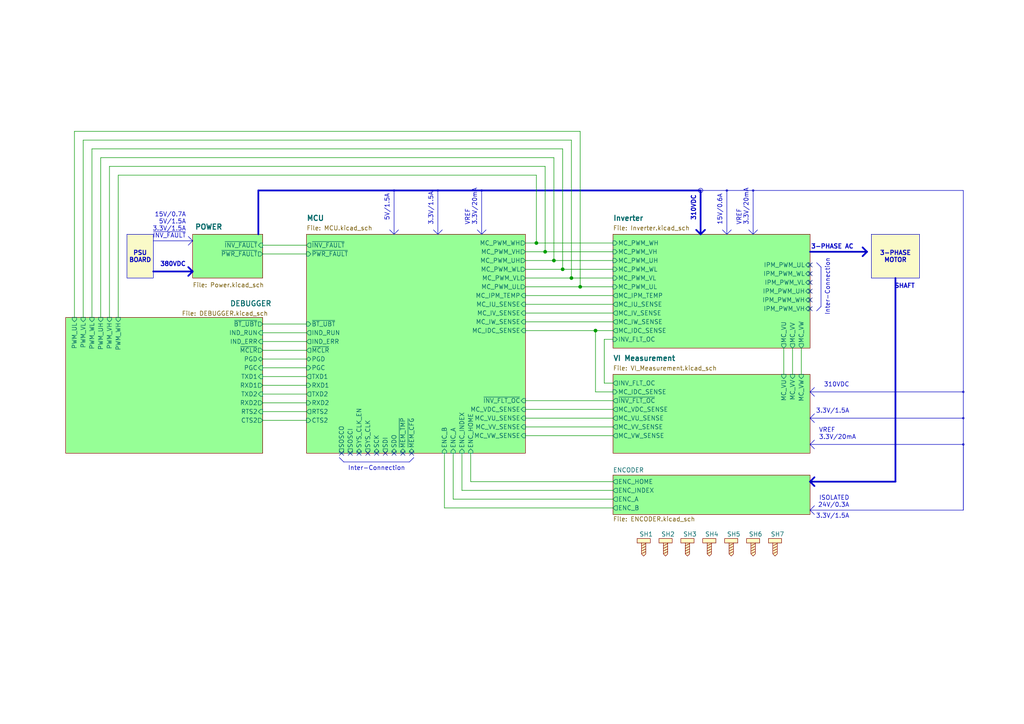
<source format=kicad_sch>
(kicad_sch (version 20231120) (generator "eeschema") (generator_version "8.0")
  (paper "A4")
  (title_block (title "INVERTER BOARD") (date "2024-09-24") (rev "1.0") (company "TON DUC THANG UNIVERSITY") (comment 1 "Schematic Designed by ...") (comment 2 "PCB Designed by ...") (comment 3 "Approved by ..."))
  (lib_symbols
    (symbol "SAMPI:SCREWHOLDER" (pin_numbers hide) (pin_names hide) (in_bom no)
      (property "Reference" "SH1" (at 2.54 -2.5399 0))
      (property "Value" "SCREW HOLDER" (at 2.54 -5.0799 0))
      (symbol "SCREWHOLDER_1_1"
        (polyline (pts (xy -0.508 -5.588) (xy 0.508 -5.08)))
        (polyline (pts (xy -0.508 -4.826) (xy 0.508 -4.318)))
        (polyline (pts (xy -0.508 -4.064) (xy 0.508 -3.556)))
        (polyline (pts (xy -0.508 -3.302) (xy 0.508 -2.794)))
        (polyline (pts (xy 0.635 -2.54) (xy -0.635 -2.54)))
        (polyline (pts (xy -1.905 -1.27) (xy 1.905 -1.27) (xy 1.905 -2.54) (xy 0.635 -2.54) (xy 0.635 -5.715) (xy 0 -6.35) (xy -0.635 -5.715) (xy -0.635 -2.54) (xy -1.905 -2.54) (xy -1.905 -1.27)) (fill (type background)))
      )
    )
  )
  (junction (at 168.275 83.185))
  (junction (at 172.72 95.885))
  (junction (at 155.575 70.485))
  (junction (at 158.115 73.025))
  (junction (at 163.195 78.105))
  (junction (at 160.655 75.565))
  (junction (at 165.735 80.645))
  (no_connect (at 116.84 131.445))
  (no_connect (at 234.95 89.535))
  (no_connect (at 234.95 84.455))
  (no_connect (at 119.38 131.445))
  (no_connect (at 234.95 76.835))
  (no_connect (at 234.95 79.375))
  (no_connect (at 111.76 131.445))
  (no_connect (at 109.22 131.445))
  (no_connect (at 234.95 86.995))
  (no_connect (at 234.95 81.915))
  (no_connect (at 106.68 131.445))
  (no_connect (at 101.6 131.445))
  (no_connect (at 99.06 131.445))
  (no_connect (at 114.3 131.445))
  (no_connect (at 104.14 131.445))
  (polyline (pts (xy 125.73 66.675) (xy 127 67.945)))
  (wire (pts (xy 158.115 73.025) (xy 177.8 73.025)))
  (polyline (pts (xy 279.4 147.955) (xy 279.4 55.245)))
  (polyline (pts (xy 219.71 66.675) (xy 218.44 67.945)))
  (wire (pts (xy 24.13 92.075) (xy 24.13 40.64)))
  (wire (pts (xy 76.2 93.98) (xy 88.9 93.98)))
  (polyline (pts (xy 279.4 128.905) (xy 234.95 128.905)))
  (polyline (pts (xy 236.22 140.97) (xy 234.95 139.7)) (stroke (width 0.5)))
  (wire (pts (xy 152.4 95.885) (xy 172.72 95.885)))
  (polyline (pts (xy 259.715 80.645) (xy 259.715 139.7)) (stroke (width 0.5)))
  (polyline (pts (xy 236.22 149.225) (xy 234.95 147.955)))
  (polyline (pts (xy 250.19 71.755) (xy 251.46 73.025)) (stroke (width 0.5)))
  (polyline (pts (xy 114.3 55.245) (xy 114.3 67.945)))
  (polyline (pts (xy 203.2 55.245) (xy 203.2 67.945)) (stroke (width 0.5)))
  (wire (pts (xy 76.2 101.6) (xy 88.9 101.6)))
  (polyline (pts (xy 236.22 120.015) (xy 234.95 121.285)))
  (polyline (pts (xy 54.61 71.12) (xy 55.88 69.85)))
  (wire (pts (xy 131.445 144.78) (xy 177.8 144.78)))
  (polyline (pts (xy 234.95 147.955) (xy 279.4 147.955)))
  (wire (pts (xy 229.87 100.965) (xy 229.87 108.585)))
  (polyline (pts (xy 250.19 74.295) (xy 251.46 73.025)) (stroke (width 0.5)))
  (polyline (pts (xy 279.4 147.955) (xy 279.4 128.905)))
  (polyline (pts (xy 217.17 66.675) (xy 218.44 67.945)))
  (polyline (pts (xy 236.22 146.685) (xy 234.95 147.955)))
  (wire (pts (xy 133.985 142.24) (xy 177.8 142.24)))
  (polyline (pts (xy 236.22 112.395) (xy 234.95 113.665)))
  (wire (pts (xy 76.2 73.66) (xy 88.9 73.66)))
  (wire (pts (xy 131.445 144.78) (xy 131.445 131.445)))
  (wire (pts (xy 158.115 73.025) (xy 158.115 48.26)))
  (wire (pts (xy 152.4 93.345) (xy 177.8 93.345)))
  (wire (pts (xy 76.2 119.38) (xy 88.9 119.38)))
  (polyline (pts (xy 98.425 132.715) (xy 99.695 133.985)))
  (polyline (pts (xy 139.7 55.245) (xy 139.7 67.945)))
  (polyline (pts (xy 218.44 55.245) (xy 218.44 67.945)))
  (wire (pts (xy 155.575 50.8) (xy 155.575 70.485)))
  (polyline (pts (xy 210.82 55.245) (xy 210.82 67.945)))
  (wire (pts (xy 76.2 106.68) (xy 88.9 106.68)))
  (wire (pts (xy 152.4 85.725) (xy 177.8 85.725)))
  (polyline (pts (xy 118.745 133.985) (xy 99.695 133.985)))
  (polyline (pts (xy 54.61 77.47) (xy 55.88 78.74)) (stroke (width 0.5)))
  (polyline (pts (xy 140.97 66.675) (xy 139.7 67.945)))
  (wire (pts (xy 24.13 40.64) (xy 165.735 40.64)))
  (wire (pts (xy 29.21 92.075) (xy 29.21 45.72)))
  (polyline (pts (xy 236.855 76.2) (xy 238.125 77.47)))
  (polyline (pts (xy 236.22 127.635) (xy 234.95 128.905)))
  (wire (pts (xy 172.72 113.665) (xy 172.72 95.885)))
  (polyline (pts (xy 44.45 69.85) (xy 55.88 69.85)))
  (polyline (pts (xy 210.82 67.945) (xy 212.09 66.675)))
  (wire (pts (xy 152.4 73.025) (xy 158.115 73.025)))
  (wire (pts (xy 128.905 147.32) (xy 177.8 147.32)))
  (wire (pts (xy 34.29 50.8) (xy 155.575 50.8)))
  (polyline (pts (xy 54.61 80.01) (xy 55.88 78.74)) (stroke (width 0.5)))
  (wire (pts (xy 76.2 111.76) (xy 88.9 111.76)))
  (wire (pts (xy 152.4 90.805) (xy 177.8 90.805)))
  (wire (pts (xy 165.735 40.64) (xy 165.735 80.645)))
  (polyline (pts (xy 279.4 55.245) (xy 203.2 55.245)))
  (wire (pts (xy 152.4 70.485) (xy 155.575 70.485)))
  (polyline (pts (xy 128.27 66.675) (xy 127 67.945)))
  (wire (pts (xy 175.26 98.425) (xy 177.8 98.425)))
  (wire (pts (xy 152.4 118.745) (xy 177.8 118.745)))
  (wire (pts (xy 34.29 92.075) (xy 34.29 50.8)))
  (polyline (pts (xy 201.93 66.675) (xy 203.2 67.945)) (stroke (width 0.5)))
  (polyline (pts (xy 236.22 138.43) (xy 234.95 139.7)) (stroke (width 0.5)))
  (wire (pts (xy 76.2 99.06) (xy 88.9 99.06)))
  (wire (pts (xy 152.4 83.185) (xy 168.275 83.185)))
  (wire (pts (xy 175.26 111.125) (xy 175.26 98.425)))
  (wire (pts (xy 152.4 121.285) (xy 177.8 121.285)))
  (wire (pts (xy 128.905 147.32) (xy 128.905 131.445)))
  (wire (pts (xy 76.2 71.12) (xy 88.9 71.12)))
  (wire (pts (xy 152.4 126.365) (xy 177.8 126.365)))
  (wire (pts (xy 152.4 75.565) (xy 160.655 75.565)))
  (wire (pts (xy 136.525 139.7) (xy 177.8 139.7)))
  (wire (pts (xy 232.41 100.965) (xy 232.41 108.585)))
  (polyline (pts (xy 74.93 67.945) (xy 74.93 55.245)) (stroke (width 0.5)))
  (polyline (pts (xy 234.95 113.665) (xy 236.22 114.935)))
  (wire (pts (xy 152.4 80.645) (xy 165.735 80.645)))
  (polyline (pts (xy 54.61 68.58) (xy 55.88 69.85)))
  (polyline (pts (xy 234.95 73.025) (xy 251.46 73.025)) (stroke (width 0.5)))
  (wire (pts (xy 177.8 113.665) (xy 172.72 113.665)))
  (wire (pts (xy 152.4 78.105) (xy 163.195 78.105)))
  (polyline (pts (xy 209.55 66.675) (xy 210.82 67.945)))
  (wire (pts (xy 163.195 43.18) (xy 26.67 43.18)))
  (polyline (pts (xy 203.2 67.945) (xy 204.47 66.675)) (stroke (width 0.5)))
  (wire (pts (xy 152.4 116.205) (xy 177.8 116.205)))
  (wire (pts (xy 152.4 123.825) (xy 177.8 123.825)))
  (wire (pts (xy 177.8 111.125) (xy 175.26 111.125)))
  (polyline (pts (xy 113.03 66.675) (xy 114.3 67.945)))
  (wire (pts (xy 133.985 142.24) (xy 133.985 131.445)))
  (wire (pts (xy 227.33 100.965) (xy 227.33 108.585)))
  (polyline (pts (xy 279.4 121.285) (xy 234.95 121.285)))
  (polyline (pts (xy 203.2 55.245) (xy 74.93 55.245)) (stroke (width 0.5)))
  (polyline (pts (xy 259.715 139.7) (xy 234.95 139.7)) (stroke (width 0.5)))
  (polyline (pts (xy 279.4 113.665) (xy 234.95 113.665)))
  (wire (pts (xy 168.275 83.185) (xy 177.8 83.185)))
  (wire (pts (xy 21.59 38.1) (xy 21.59 92.075)))
  (polyline (pts (xy 44.45 78.74) (xy 55.88 78.74)) (stroke (width 0.5)))
  (wire (pts (xy 76.2 104.14) (xy 88.9 104.14)))
  (wire (pts (xy 76.2 116.84) (xy 88.9 116.84)))
  (wire (pts (xy 76.2 121.92) (xy 88.9 121.92)))
  (wire (pts (xy 76.2 114.3) (xy 88.9 114.3)))
  (wire (pts (xy 29.21 45.72) (xy 160.655 45.72)))
  (polyline (pts (xy 234.95 121.285) (xy 236.22 122.555)))
  (wire (pts (xy 76.2 96.52) (xy 88.9 96.52)))
  (wire (pts (xy 136.525 139.7) (xy 136.525 131.445)))
  (polyline (pts (xy 236.855 90.17) (xy 238.125 88.9)))
  (wire (pts (xy 76.2 109.22) (xy 88.9 109.22)))
  (polyline (pts (xy 138.43 66.675) (xy 139.7 67.945)))
  (polyline (pts (xy 127 55.245) (xy 127 67.945)))
  (wire (pts (xy 168.275 38.1) (xy 21.59 38.1)))
  (wire (pts (xy 152.4 88.265) (xy 177.8 88.265)))
  (wire (pts (xy 163.195 78.105) (xy 163.195 43.18)))
  (wire (pts (xy 163.195 78.105) (xy 177.8 78.105)))
  (wire (pts (xy 31.75 48.26) (xy 31.75 92.075)))
  (polyline (pts (xy 238.125 77.47) (xy 238.125 88.9)))
  (wire (pts (xy 165.735 80.645) (xy 177.8 80.645)))
  (wire (pts (xy 160.655 45.72) (xy 160.655 75.565)))
  (polyline (pts (xy 115.57 66.675) (xy 114.3 67.945)))
  (wire (pts (xy 172.72 95.885) (xy 177.8 95.885)))
  (wire (pts (xy 26.67 43.18) (xy 26.67 92.075)))
  (wire (pts (xy 155.575 70.485) (xy 177.8 70.485)))
  (polyline (pts (xy 120.015 132.715) (xy 118.745 133.985)))
  (polyline (pts (xy 236.22 130.175) (xy 234.95 128.905)))
  (wire (pts (xy 158.115 48.26) (xy 31.75 48.26)))
  (wire (pts (xy 168.275 83.185) (xy 168.275 38.1)))
  (wire (pts (xy 160.655 75.565) (xy 177.8 75.565)))
  (circle (center 114.3 55.245) (radius 0.254) (fill (type color)))
  (circle (center 218.44 55.245) (radius 0.254) (fill (type color)))
  (circle (center 279.4 128.905) (radius 0.254) (fill (type color)))
  (circle (center 203.2 55.245) (radius 0.635) (fill (type color)))
  (circle (center 279.4 113.665) (radius 0.254) (fill (type color)))
  (circle (center 210.82 55.245) (radius 0.254) (fill (type color)))
  (circle (center 127 55.245) (radius 0.254) (fill (type color)))
  (circle (center 139.7 55.245) (radius 0.254) (fill (type color)))
  (circle (center 279.4 121.285) (radius 0.254) (fill (type color)))
  (text_box "PSU BOARD" (at 36.83 67.945 0) (size 7.62 12.7) (fill (type color) (color 250 250 200 1)) (effects (font (size 1.27 1.27) (thickness 0.254) (bold yes))))
  (text_box "3-PHASE\nMOTOR" (at 252.73 67.945 0) (size 13.97 12.7) (fill (type color) (color 250 250 200 1)) (effects (font (size 1.27 1.27) (thickness 0.254) (bold yes))))
  (text "VREF\n3.3V/20mA" (at 237.49 127.635 0) (effects (font (size 1.27 1.27)) (justify left bottom)))
  (text "3.3V/1.5A" (at 125.73 65.405 90) (effects (font (size 1.27 1.27)) (justify left bottom)))
  (text "15V/0.6A" (at 209.55 65.405 90) (effects (font (size 1.27 1.27)) (justify left bottom)))
  (text "3.3V/1.5A" (at 246.38 150.495 0) (effects (font (size 1.27 1.27)) (justify right bottom)))
  (text "3-PHASE AC" (at 247.65 72.39 0) (effects (font (size 1.27 1.27) (thickness 0.254) (bold yes)) (justify right bottom)))
  (text "VREF\n3.3V/20mA" (at 217.17 65.405 90) (effects (font (size 1.27 1.27)) (justify left bottom)))
  (text "380VDC" (at 53.975 77.47 0) (effects (font (size 1.27 1.27) (thickness 0.254) (bold yes)) (justify right bottom)))
  (text "5V/1.5A" (at 113.03 64.135 90) (effects (font (size 1.27 1.27)) (justify left bottom)))
  (text "3.3V/1.5A" (at 246.38 120.015 0) (effects (font (size 1.27 1.27)) (justify right bottom)))
  (text "SHAFT" (at 265.43 83.82 0) (effects (font (size 1.27 1.27) (thickness 0.254) (bold yes)) (justify right bottom)))
  (text "VREF\n3.3V/20mA" (at 138.43 65.405 90) (effects (font (size 1.27 1.27)) (justify left bottom)))
  (text "ISOLATED\n24V/0.3A" (at 246.38 147.32 0) (effects (font (size 1.27 1.27)) (justify right bottom)))
  (text "Inter-Connection" (at 240.03 83.185 90) (effects (font (size 1.27 1.27))))
  (text "15V/0.7A\n5V/1.5A\n3.3V/1.5A\n~{INV_FAULT}" (at 53.975 69.215 0) (effects (font (size 1.27 1.27)) (justify right bottom)))
  (text "Inter-Connection" (at 109.22 135.89 0) (effects (font (size 1.27 1.27))))
  (text "310VDC" (at 201.93 64.135 90) (effects (font (size 1.27 1.27) (thickness 0.254) (bold yes)) (justify left bottom)))
  (text "310VDC" (at 246.38 112.395 0) (effects (font (size 1.27 1.27)) (justify right bottom)))
  (symbol (lib_id "SAMPI:SCREWHOLDER") (at 218.44 154.94 0) (unit 1) (in_bom no)
    (property "Reference" "SH6" (at 217.17 154.94 0) (effects (justify left)))
    (property "Value" "SCREW HOLDER" (effects (hide yes)))
    (property "Footprint" "SAMPI:SCREWHOLE-2.5M" (effects (hide yes)))
  )
  (symbol (lib_id "SAMPI:SCREWHOLDER") (at 205.74 154.94 0) (unit 1) (in_bom no)
    (property "Reference" "SH4" (at 204.47 154.94 0) (effects (justify left)))
    (property "Value" "SCREW HOLDER" (effects (hide yes)))
    (property "Footprint" "SAMPI:SCREWHOLE-2.5M" (effects (hide yes)))
  )
  (symbol (lib_id "SAMPI:SCREWHOLDER") (at 199.39 154.94 0) (unit 1) (in_bom no)
    (property "Reference" "SH3" (at 198.12 154.94 0) (effects (justify left)))
    (property "Value" "SCREW HOLDER" (effects (hide yes)))
    (property "Footprint" "SAMPI:SCREWHOLE-2.5M" (effects (hide yes)))
  )
  (symbol (lib_id "SAMPI:SCREWHOLDER") (at 212.09 154.94 0) (unit 1) (in_bom no)
    (property "Reference" "SH5" (at 210.82 154.94 0) (effects (justify left)))
    (property "Value" "SCREW HOLDER" (effects (hide yes)))
    (property "Footprint" "SAMPI:SCREWHOLE-2.5M" (effects (hide yes)))
  )
  (symbol (lib_id "SAMPI:SCREWHOLDER") (at 186.69 154.94 0) (unit 1) (in_bom no)
    (property "Reference" "SH1" (at 185.42 154.94 0) (effects (justify left)))
    (property "Value" "SCREW HOLDER" (effects (hide yes)))
    (property "Footprint" "SAMPI:SCREWHOLE-2.5M" (effects (hide yes)))
  )
  (symbol (lib_id "SAMPI:SCREWHOLDER") (at 224.79 154.94 0) (unit 1) (in_bom no)
    (property "Reference" "SH7" (at 223.52 154.94 0) (effects (justify left)))
    (property "Value" "SCREW HOLDER" (effects (hide yes)))
    (property "Footprint" "SAMPI:SCREWHOLE-2.5M" (effects (hide yes)))
  )
  (symbol (lib_id "SAMPI:SCREWHOLDER") (at 193.04 154.94 0) (unit 1) (in_bom no)
    (property "Reference" "SH2" (at 191.77 154.94 0) (effects (justify left)))
    (property "Value" "SCREW HOLDER" (effects (hide yes)))
    (property "Footprint" "SAMPI:SCREWHOLE-2.5M" (effects (hide yes)))
  )
  (sheet (at 177.8 67.945) (size 57.15 33.02) (stroke (width 0.1524)) (fill (color 150 255 150 1.0000))
    (property "Sheetname" "Inverter" (at 177.8 64.135 0) (effects (font (size 1.5 1.5) (bold yes)) (justify left bottom)))
    (property "Sheetfile" "Inverter.kicad_sch" (at 177.8 65.405 0) (effects (justify left top)))
    (pin "MC_IPM_TEMP" output (at 177.8 85.725 180))
    (pin "MC_PWM_VH" input (at 177.8 73.025 180))
    (pin "MC_PWM_UH" input (at 177.8 75.565 180))
    (pin "MC_PWM_WH" input (at 177.8 70.485 180))
    (pin "MC_PWM_VL" input (at 177.8 80.645 180))
    (pin "MC_PWM_UL" input (at 177.8 83.185 180))
    (pin "MC_PWM_WL" input (at 177.8 78.105 180))
    (pin "MC_IV_SENSE" output (at 177.8 90.805 180))
    (pin "MC_IU_SENSE" output (at 177.8 88.265 180))
    (pin "MC_IW_SENSE" output (at 177.8 93.345 180))
    (pin "MC_IDC_SENSE" output (at 177.8 95.885 180))
    (pin "MC_VU" output (at 227.33 100.965 270))
    (pin "MC_VV" output (at 229.87 100.965 270))
    (pin "MC_VW" output (at 232.41 100.965 270))
    (pin "INV_FLT_OC" input (at 177.8 98.425 180))
    (pin "IPM_PWM_UL" input (at 234.95 76.835 0))
    (pin "IPM_PWM_WL" input (at 234.95 79.375 0))
    (pin "IPM_PWM_VL" input (at 234.95 81.915 0))
    (pin "IPM_PWM_UH" input (at 234.95 84.455 0))
    (pin "IPM_PWM_WH" input (at 234.95 86.995 0))
    (pin "IPM_PWM_VH" input (at 234.95 89.535 0))
  )
  (sheet (at 55.88 67.945) (size 20.32 12.7) (stroke (width 0.1524)) (fill (color 150 255 150 1.0000))
    (property "Sheetname" "POWER" (at 56.515 66.675 0) (effects (font (size 1.5 1.5) (bold yes)) (justify left bottom)))
    (property "Sheetfile" "Power.kicad_sch" (at 55.88 81.915 0) (effects (justify left top)))
    (pin "~{INV_FAULT}" input (at 76.2 71.12 0))
    (pin "~{PWR_FAULT}" output (at 76.2 73.66 0))
  )
  (sheet (at 177.8 137.795) (size 57.15 11.43) (stroke (width 0.1524)) (fill (color 150 255 150 1.0000))
    (property "Sheetname" "ENCODER" (at 177.8 137.0834 0) (effects (justify left bottom)))
    (property "Sheetfile" "ENCODER.kicad_sch" (at 177.8 149.8096 0) (effects (justify left top)))
    (pin "ENC_A" output (at 177.8 144.78 180))
    (pin "ENC_B" output (at 177.8 147.32 180))
    (pin "ENC_HOME" output (at 177.8 139.7 180))
    (pin "ENC_INDEX" output (at 177.8 142.24 180))
  )
  (sheet (at 88.9 67.945) (size 63.5 63.5) (stroke (width 0.1524)) (fill (color 150 255 150 1.0000))
    (property "Sheetname" "MCU" (at 88.9 64.135 0) (effects (font (size 1.5 1.5) (bold yes)) (justify left bottom)))
    (property "Sheetfile" "MCU.kicad_sch" (at 88.9 65.405 0) (effects (justify left top)))
    (pin "MC_PWM_VH" output (at 152.4 73.025 0))
    (pin "MC_PWM_WH" output (at 152.4 70.485 0))
    (pin "MC_PWM_WL" output (at 152.4 78.105 0))
    (pin "MC_PWM_VL" output (at 152.4 80.645 0))
    (pin "MC_PWM_UL" output (at 152.4 83.185 0))
    (pin "MC_PWM_UH" output (at 152.4 75.565 0))
    (pin "MC_IPM_TEMP" input (at 152.4 85.725 0))
    (pin "MC_IU_SENSE" input (at 152.4 88.265 0))
    (pin "MC_IDC_SENSE" input (at 152.4 95.885 0))
    (pin "MC_VU_SENSE" input (at 152.4 121.285 0))
    (pin "MC_VV_SENSE" input (at 152.4 123.825 0))
    (pin "MC_VW_SENSE" input (at 152.4 126.365 0))
    (pin "MC_IV_SENSE" input (at 152.4 90.805 0))
    (pin "~{PWR_FAULT}" input (at 88.9 73.66 180))
    (pin "~{INV_FAULT}" output (at 88.9 71.12 180))
    (pin "MC_IW_SENSE" input (at 152.4 93.345 0))
    (pin "MC_VDC_SENSE" input (at 152.4 118.745 0))
    (pin "~{INV_FLT_OC}" input (at 152.4 116.205 0))
    (pin "PGC" input (at 88.9 106.68 180))
    (pin "PGD" bidirectional (at 88.9 104.14 180))
    (pin "SDI" output (at 111.76 131.445 270))
    (pin "~{MEM_TMP}" input (at 116.84 131.445 270))
    (pin "SDO" input (at 114.3 131.445 270))
    (pin "~{MCLR}" output (at 88.9 101.6 180))
    (pin "SCK" input (at 109.22 131.445 270))
    (pin "CTS2" input (at 88.9 121.92 180))
    (pin "RXD1" input (at 88.9 111.76 180))
    (pin "TXD1" output (at 88.9 109.22 180))
    (pin "RXD2" input (at 88.9 116.84 180))
    (pin "TXD2" output (at 88.9 114.3 180))
    (pin "RTS2" output (at 88.9 119.38 180))
    (pin "SOSCO" passive (at 99.06 131.445 270))
    (pin "ENC_HOME" input (at 136.525 131.445 270))
    (pin "~{MEM_CFG}" input (at 119.38 131.445 270))
    (pin "SOSCI" passive (at 101.6 131.445 270))
    (pin "ENC_A" input (at 131.445 131.445 270))
    (pin "ENC_B" input (at 128.905 131.445 270))
    (pin "ENC_INDEX" input (at 133.985 131.445 270))
    (pin "SYS_CLK_EN" input (at 104.14 131.445 270))
    (pin "SYS_CLK" output (at 106.68 131.445 270))
    (pin "IND_RUN" output (at 88.9 96.52 180))
    (pin "IND_ERR" output (at 88.9 99.06 180))
    (pin "~{BT_UBT}" input (at 88.9 93.98 180))
  )
  (sheet (at 177.8 108.585) (size 57.15 22.86) (stroke (width 0.1524)) (fill (color 150 255 150 1.0000))
    (property "Sheetname" "VI Measurement" (at 177.8 104.775 0) (effects (font (size 1.5 1.5) (bold yes)) (justify left bottom)))
    (property "Sheetfile" "VI_Measurement.kicad_sch" (at 177.8 106.045 0) (effects (justify left top)))
    (pin "MC_VDC_SENSE" output (at 177.8 118.745 180))
    (pin "MC_IDC_SENSE" input (at 177.8 113.665 180))
    (pin "INV_FLT_OC" output (at 177.8 111.125 180))
    (pin "MC_VV_SENSE" output (at 177.8 123.825 180))
    (pin "MC_VW" input (at 232.41 108.585 90))
    (pin "MC_VW_SENSE" output (at 177.8 126.365 180))
    (pin "MC_VV" input (at 229.87 108.585 90))
    (pin "MC_VU_SENSE" output (at 177.8 121.285 180))
    (pin "MC_VU" input (at 227.33 108.585 90))
    (pin "~{INV_FLT_OC}" output (at 177.8 116.205 180))
  )
  (sheet (at 19.05 92.075) (size 57.15 39.37) (stroke (width 0.1524)) (fill (color 150 255 150 1.0000))
    (property "Sheetname" "DEBUGGER" (at 66.675 88.9 0) (effects (font (size 1.5 1.5) (thickness 0.254) (bold yes)) (justify left bottom)))
    (property "Sheetfile" "DEBUGGER.kicad_sch" (at 52.705 90.17 0) (effects (justify left top)))
    (pin "~{MCLR}" output (at 76.2 101.6 0))
    (pin "RXD2" output (at 76.2 116.84 0))
    (pin "RTS2" input (at 76.2 119.38 0))
    (pin "CTS2" output (at 76.2 121.92 0))
    (pin "RXD1" output (at 76.2 111.76 0))
    (pin "TXD1" input (at 76.2 109.22 0))
    (pin "TXD2" input (at 76.2 114.3 0))
    (pin "PGC" input (at 76.2 106.68 0))
    (pin "PGD" bidirectional (at 76.2 104.14 0))
    (pin "IND_ERR" input (at 76.2 99.06 0))
    (pin "IND_RUN" input (at 76.2 96.52 0))
    (pin "~{BT_UBT}" output (at 76.2 93.98 0))
    (pin "PWM_WL" input (at 26.67 92.075 90))
    (pin "PWM_WH" input (at 34.29 92.075 90))
    (pin "PWM_VL" input (at 24.13 92.075 90))
    (pin "PWM_VH" input (at 31.75 92.075 90))
    (pin "PWM_UL" input (at 21.59 92.075 90))
    (pin "PWM_UH" input (at 29.21 92.075 90))
  )
)
</source>
